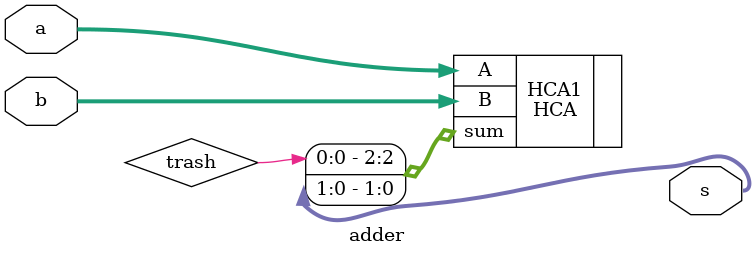
<source format=sv>

module adder #(parameter width = 2)(
    input logic [width-1:0] a,b,
    output logic [width-1:0] s
    );
    

    //assign s = a + b;
    logic trash;
    HCA #(.width(width)) HCA1(.A(a), .B(b), .sum({trash, s}));
endmodule

</source>
